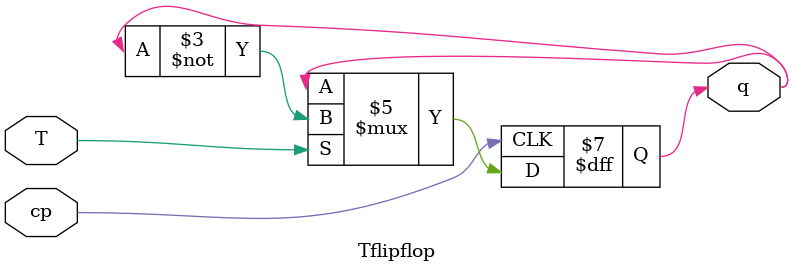
<source format=v>
module upcountersyn4bit(cp,q);
input cp;
output [3:0]q;
wire [1:0]q1;
Tflipflop stage0(1,cp,q[0]);
Tflipflop stage1(q[0],cp,q[1]);
assign q1[0] = q[0]&q[1];
Tflipflop stage2(q1[0],cp,q[2]);
assign q1[1] = q1[0]&q[2];
Tflipflop stage3(q1[1],cp,q[3]);
endmodule
module Tflipflop(T,cp,q);
input T;
input cp;
output q;
reg q;
always @(negedge cp)
begin
if(!T)
q <= q;
else
q <= ~q;
end
endmodule

</source>
